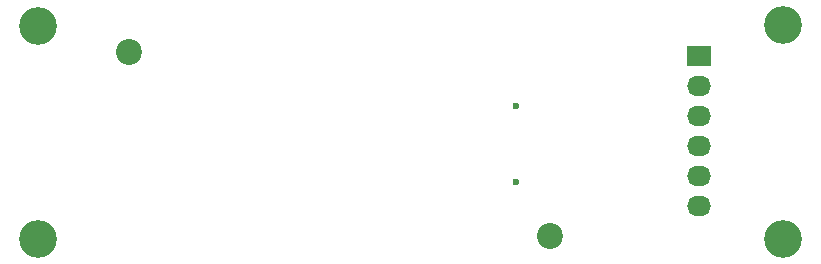
<source format=gbr>
G04 #@! TF.FileFunction,Soldermask,Bot*
%FSLAX46Y46*%
G04 Gerber Fmt 4.6, Leading zero omitted, Abs format (unit mm)*
G04 Created by KiCad (PCBNEW 4.0.4-stable) date *
%MOMM*%
%LPD*%
G01*
G04 APERTURE LIST*
%ADD10C,0.100000*%
%ADD11C,0.600000*%
%ADD12R,2.032000X1.727200*%
%ADD13O,2.032000X1.727200*%
%ADD14C,2.200000*%
%ADD15C,3.200000*%
G04 APERTURE END LIST*
D10*
D11*
X155920000Y-103270000D03*
X155920000Y-109670000D03*
D12*
X171450000Y-99060000D03*
D13*
X171450000Y-101600000D03*
X171450000Y-104140000D03*
X171450000Y-106680000D03*
X171450000Y-109220000D03*
X171450000Y-111760000D03*
D14*
X158800000Y-114300000D03*
X123200000Y-98700000D03*
D15*
X178500000Y-114500000D03*
X178500000Y-96400000D03*
X115500000Y-96500000D03*
X115500000Y-114500000D03*
M02*

</source>
